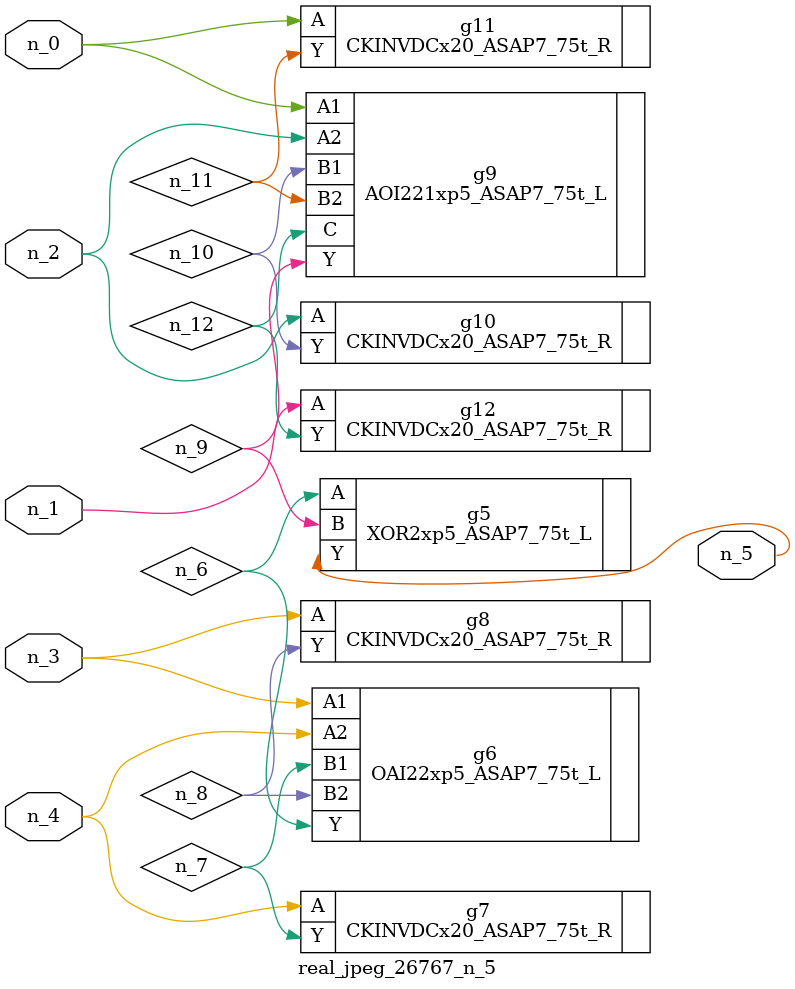
<source format=v>
module real_jpeg_26767_n_5 (n_4, n_0, n_1, n_2, n_3, n_5);

input n_4;
input n_0;
input n_1;
input n_2;
input n_3;

output n_5;

wire n_12;
wire n_8;
wire n_11;
wire n_6;
wire n_7;
wire n_10;
wire n_9;

AOI221xp5_ASAP7_75t_L g9 ( 
.A1(n_0),
.A2(n_2),
.B1(n_10),
.B2(n_11),
.C(n_12),
.Y(n_9)
);

CKINVDCx20_ASAP7_75t_R g11 ( 
.A(n_0),
.Y(n_11)
);

CKINVDCx20_ASAP7_75t_R g12 ( 
.A(n_1),
.Y(n_12)
);

CKINVDCx20_ASAP7_75t_R g10 ( 
.A(n_2),
.Y(n_10)
);

OAI22xp5_ASAP7_75t_L g6 ( 
.A1(n_3),
.A2(n_4),
.B1(n_7),
.B2(n_8),
.Y(n_6)
);

CKINVDCx20_ASAP7_75t_R g8 ( 
.A(n_3),
.Y(n_8)
);

CKINVDCx20_ASAP7_75t_R g7 ( 
.A(n_4),
.Y(n_7)
);

XOR2xp5_ASAP7_75t_L g5 ( 
.A(n_6),
.B(n_9),
.Y(n_5)
);


endmodule
</source>
